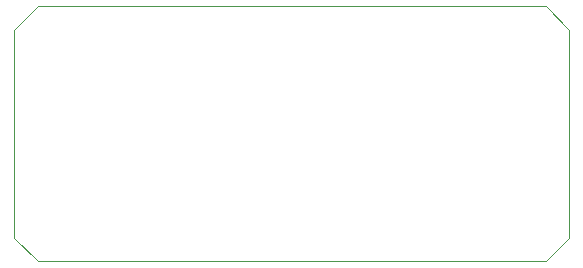
<source format=gbr>
%TF.GenerationSoftware,KiCad,Pcbnew,(6.0.5)*%
%TF.CreationDate,2022-12-07T13:08:00-05:00*%
%TF.ProjectId,Rotini-Hardware,526f7469-6e69-42d4-9861-726477617265,rev?*%
%TF.SameCoordinates,Original*%
%TF.FileFunction,Profile,NP*%
%FSLAX46Y46*%
G04 Gerber Fmt 4.6, Leading zero omitted, Abs format (unit mm)*
G04 Created by KiCad (PCBNEW (6.0.5)) date 2022-12-07 13:08:00*
%MOMM*%
%LPD*%
G01*
G04 APERTURE LIST*
%TA.AperFunction,Profile*%
%ADD10C,0.050000*%
%TD*%
G04 APERTURE END LIST*
D10*
X21500000Y10800000D02*
X-21500000Y10800000D01*
X23500000Y8800000D02*
X21500000Y10800000D01*
X-23500000Y-8800000D02*
X-21500000Y-10800000D01*
X-21500000Y-10800000D02*
X21500000Y-10800000D01*
X-21500000Y10800000D02*
X-23500000Y8800000D01*
X23500000Y-8800000D02*
X23500000Y8800000D01*
X21500000Y-10800000D02*
X23500000Y-8800000D01*
X-23500000Y8800000D02*
X-23500000Y-8800000D01*
M02*

</source>
